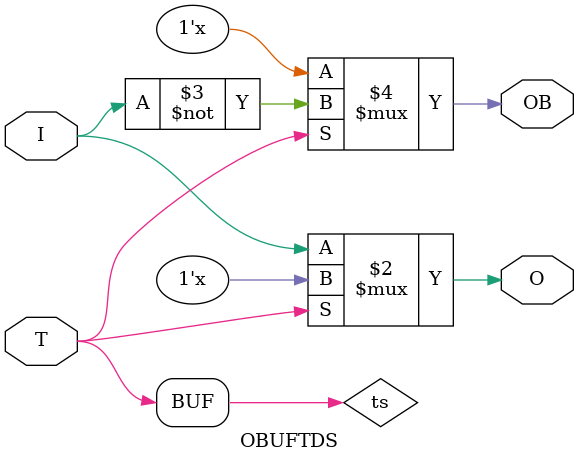
<source format=v>

`timescale  1 ps / 1 ps

`celldefine

module OBUFTDS (O, OB, I, T);

    parameter CAPACITANCE = "DONT_CARE";
    parameter IOSTANDARD = "DEFAULT";
    parameter SLEW = "SLOW";

`ifdef XIL_TIMING //Simprim
 
  parameter LOC = "UNPLACED";

`endif

    output O, OB;

    input  I, T;

    or O1 (ts, 1'b0, T);
    bufif0 B1 (O, I, ts);
    notif0 N1 (OB, I, ts);

endmodule

`endcelldefine

</source>
